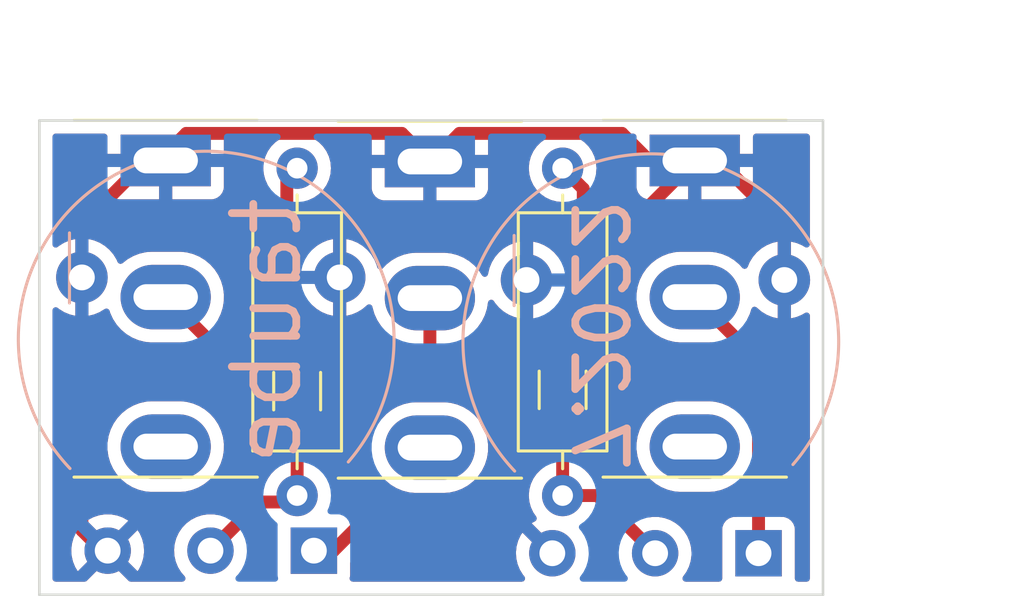
<source format=kicad_pcb>
(kicad_pcb (version 20211014) (generator pcbnew)
  (layers (0 "F.Cu" signal) (31 "B.Cu" signal) (34 "B.Paste" user) (35 "F.Paste" user) (36 "B.SilkS" user "B.Silkscreen") (37 "F.SilkS" user "F.Silkscreen") (38 "B.Mask" user) (39 "F.Mask" user) (44 "Edge.Cuts" user))
  (net 0 "")
  (net 1 "GND")
  (net 2 "Net-(J1-PadT)")
  (net 4 "Net-(J2-PadT)")
  (net 6 "Net-(J3-PadT)")
  (net 8 "Net-(R1-Pad1)")
  (net 9 "Net-(R2-Pad1)")
  (footprint "Resistor_THT:R_Axial_DIN0309_L9.0mm_D3.2mm_P12.70mm_Horizontal" (layer "F.Cu") (at 127.9 79.15 90)
    (fp_text reference "R1" hide)
    (fp_text value "10k")
    (fp_line (start 11.66 0) (end 10.97 0) (layer "F.SilkS") (width 0.12))
    (fp_line (start 1.73 -1.72) (end 1.73 1.72) (layer "F.SilkS") (width 0.12))
    (fp_line (start 1.04 0) (end 1.73 0) (layer "F.SilkS") (width 0.12))
    (fp_line (start 10.97 -1.72) (end 1.73 -1.72) (layer "F.SilkS") (width 0.12))
    (fp_line (start 10.97 1.72) (end 10.97 -1.72) (layer "F.SilkS") (width 0.12))
    (fp_line (start 1.73 1.72) (end 10.97 1.72) (layer "F.SilkS") (width 0.12))
    (pad "1" thru_hole circle (at 0 0 90) (size 1.6 1.6) (drill 0.8) (layers *.Cu *.Mask) (net 8 "Net-(R1-Pad1)"))
    (pad "2" thru_hole oval (at 12.7 0 90) (size 1.6 1.6) (drill 0.8) (layers *.Cu *.Mask) (net 6 "Net-(J3-PadT)"))
  )
  (footprint "urbsLib:Jack_3.5mm_PJ323_Horizontal" (layer "F.Cu") (at 133.025 71.45)
    (fp_text reference "J1" hide)
    (fp_text value "AudioJack2_SwitchT")
    (fp_line (start -3.556 6.985) (end 3.556 6.985) (layer "F.SilkS") (width 0.12))
    (fp_line (start -3.556 -6.858) (end 3.556 -6.858) (layer "F.SilkS") (width 0.12))
    (pad "S" thru_hole rect (at 0 -5.3 180) (size 3.5 2) (drill oval 2.5 1) (layers *.Cu *.Mask) (net 1 "GND"))
    (pad "T" thru_hole oval (at 0 0 180) (size 3.5 2.5) (drill oval 2.5 1) (layers *.Cu *.Mask) (net 2 "Net-(J1-PadT)"))
    (pad "TN" thru_hole oval (at 0 5.8 180) (size 3.5 2.5) (drill oval 2.5 1) (layers *.Cu *.Mask))
  )
  (footprint "Resistor_SMD:R_1206_3216Metric_Pad1.30x1.75mm_HandSolder" (layer "F.Cu") (at 117.6 75.1 90)
    (fp_text reference "R4" hide)
    (fp_text value "10k")
    (fp_line (start -0.727064 -0.91) (end 0.727064 -0.91) (layer "F.SilkS") (width 0.12))
    (fp_line (start -0.727064 0.91) (end 0.727064 0.91) (layer "F.SilkS") (width 0.12))
    (pad "1" smd roundrect (at -1.55 0 90) (size 1.3 1.75) (layers "F.Cu" "F.Paste" "F.Mask") (roundrect_rratio 0.192308) (net 9 "Net-(R2-Pad1)"))
    (pad "2" smd roundrect (at 1.55 0 90) (size 1.3 1.75) (layers "F.Cu" "F.Paste" "F.Mask") (roundrect_rratio 0.192308) (net 6 "Net-(J3-PadT)"))
  )
  (footprint "urbsLib:Jack_3.5mm_PJ323_Horizontal" (layer "F.Cu") (at 112.5 71.45)
    (fp_text reference "J2" hide)
    (fp_text value "AudioJack2_SwitchT")
    (fp_line (start -3.556 -6.858) (end 3.556 -6.858) (layer "F.SilkS") (width 0.12))
    (fp_line (start -3.556 6.985) (end 3.556 6.985) (layer "F.SilkS") (width 0.12))
    (pad "S" thru_hole rect (at 0 -5.3 180) (size 3.5 2) (drill oval 2.5 1) (layers *.Cu *.Mask) (net 1 "GND"))
    (pad "T" thru_hole oval (at 0 0 180) (size 3.5 2.5) (drill oval 2.5 1) (layers *.Cu *.Mask) (net 4 "Net-(J2-PadT)"))
    (pad "TN" thru_hole oval (at 0 5.8 180) (size 3.5 2.5) (drill oval 2.5 1) (layers *.Cu *.Mask))
  )
  (footprint "Resistor_SMD:R_1206_3216Metric_Pad1.30x1.75mm_HandSolder" (layer "F.Cu") (at 127.9 75.05 90)
    (fp_text reference "R3" hide)
    (fp_text value "10k")
    (fp_line (start -0.727064 -0.91) (end 0.727064 -0.91) (layer "F.SilkS") (width 0.12))
    (fp_line (start -0.727064 0.91) (end 0.727064 0.91) (layer "F.SilkS") (width 0.12))
    (pad "1" smd roundrect (at -1.55 0 90) (size 1.3 1.75) (layers "F.Cu" "F.Paste" "F.Mask") (roundrect_rratio 0.192308) (net 8 "Net-(R1-Pad1)"))
    (pad "2" smd roundrect (at 1.55 0 90) (size 1.3 1.75) (layers "F.Cu" "F.Paste" "F.Mask") (roundrect_rratio 0.192308) (net 6 "Net-(J3-PadT)"))
  )
  (footprint "urbsLib:Jack_3.5mm_PJ323_Horizontal" (layer "F.Cu") (at 122.75 71.49)
    (fp_text reference "J3" hide)
    (fp_text value "AudioJack2_SwitchT")
    (fp_line (start -3.556 -6.858) (end 3.556 -6.858) (layer "F.SilkS") (width 0.12))
    (fp_line (start -3.556 6.985) (end 3.556 6.985) (layer "F.SilkS") (width 0.12))
    (pad "S" thru_hole rect (at 0 -5.3 180) (size 3.5 2) (drill oval 2.5 1) (layers *.Cu *.Mask) (net 1 "GND"))
    (pad "T" thru_hole oval (at 0 0 180) (size 3.5 2.5) (drill oval 2.5 1) (layers *.Cu *.Mask) (net 6 "Net-(J3-PadT)"))
    (pad "TN" thru_hole oval (at 0 5.8 180) (size 3.5 2.5) (drill oval 2.5 1) (layers *.Cu *.Mask))
  )
  (footprint "Resistor_THT:R_Axial_DIN0309_L9.0mm_D3.2mm_P12.70mm_Horizontal" (layer "F.Cu") (at 117.6 79.15 90)
    (fp_text reference "R2" hide)
    (fp_text value "10k")
    (fp_line (start 11.66 0) (end 10.97 0) (layer "F.SilkS") (width 0.12))
    (fp_line (start 1.04 0) (end 1.73 0) (layer "F.SilkS") (width 0.12))
    (fp_line (start 10.97 -1.72) (end 1.73 -1.72) (layer "F.SilkS") (width 0.12))
    (fp_line (start 1.73 1.72) (end 10.97 1.72) (layer "F.SilkS") (width 0.12))
    (fp_line (start 1.73 -1.72) (end 1.73 1.72) (layer "F.SilkS") (width 0.12))
    (fp_line (start 10.97 1.72) (end 10.97 -1.72) (layer "F.SilkS") (width 0.12))
    (pad "1" thru_hole circle (at 0 0 90) (size 1.6 1.6) (drill 0.8) (layers *.Cu *.Mask) (net 9 "Net-(R2-Pad1)"))
    (pad "2" thru_hole oval (at 12.7 0 90) (size 1.6 1.6) (drill 0.8) (layers *.Cu *.Mask) (net 6 "Net-(J3-PadT)"))
  )
  (footprint "urbsLib:Potentiometer_FlatAli_Single_Vertical" (layer "B.Cu") (at 114.25 75.687487 180)
    (fp_text reference "RV2" hide)
    (fp_text value "47k")
    (fp_line (start 5.482 6.728) (end 5.482 4.008) (layer "B.SilkS") (width 0.12))
    (fp_arc (start 5.461 -2.413) (mid 0.350062 9.892926) (end -5.334 -2.159) (layer "B.SilkS") (width 0.12))
    (pad "" thru_hole oval (at -5 5 180) (size 2 2) (drill 1) (layers *.Cu *.Mask) (net 1 "GND"))
    (pad "" thru_hole oval (at 5 5 180) (size 2 2) (drill 1) (layers *.Cu *.Mask) (net 1 "GND"))
    (pad "1" thru_hole rect (at -4 -5.6 180) (size 1.8 1.8) (drill 1) (layers *.Cu *.Mask) (net 4 "Net-(J2-PadT)"))
    (pad "2" thru_hole circle (at 0.012 -5.6 180) (size 1.8 1.8) (drill 1) (layers *.Cu *.Mask) (net 9 "Net-(R2-Pad1)"))
    (pad "3" thru_hole circle (at 4 -5.6 180) (size 1.8 1.8) (drill 1) (layers *.Cu *.Mask) (net 1 "GND"))
  )
  (footprint "urbsLib:Potentiometer_FlatAli_Single_Vertical" (layer "B.Cu") (at 131.5 75.787487 180)
    (fp_text reference "RV1" hide)
    (fp_text value "47k")
    (fp_line (start 5.482 6.728) (end 5.482 4.008) (layer "B.SilkS") (width 0.12))
    (fp_arc (start 5.461 -2.413) (mid 0.350062 9.892926) (end -5.334 -2.159) (layer "B.SilkS") (width 0.12))
    (pad "" thru_hole oval (at 5 5 180) (size 2 2) (drill 1) (layers *.Cu *.Mask) (net 1 "GND"))
    (pad "" thru_hole oval (at -5 5 180) (size 2 2) (drill 1) (layers *.Cu *.Mask) (net 1 "GND"))
    (pad "1" thru_hole rect (at -4 -5.6 180) (size 1.8 1.8) (drill 1) (layers *.Cu *.Mask) (net 2 "Net-(J1-PadT)"))
    (pad "2" thru_hole circle (at 0.012 -5.6 180) (size 1.8 1.8) (drill 1) (layers *.Cu *.Mask) (net 8 "Net-(R1-Pad1)"))
    (pad "3" thru_hole circle (at 4 -5.6 180) (size 1.8 1.8) (drill 1) (layers *.Cu *.Mask) (net 1 "GND"))
  )
  (gr_line (start 138 83) (end 107.6 83) (layer "Edge.Cuts") (width 0.1))
  (gr_line (start 107.6 64.6) (end 138 64.6) (layer "Edge.Cuts") (width 0.1))
  (gr_line (start 138 64.6) (end 138 83) (layer "Edge.Cuts") (width 0.1))
  (gr_line (start 107.6 83) (end 107.6 64.6) (layer "Edge.Cuts") (width 0.1))
  (gr_text "7.2022" (at 129.3 72.925 270) (layer "B.SilkS") (effects (font (size 2 2) (thickness 0.3)) (justify mirror)))
  (gr_text "taube" (at 116.425 72.775 90) (layer "B.SilkS") (effects (font (size 2.5 2.5) (thickness 0.3)) (justify mirror)))
  (segment (start 133.95 66.15) (end 136.5 68.7) (width 0.5) (layer "F.Cu") (net 1))
  (segment (start 112.5 66.15) (end 112.5 65.9) (width 0.5) (layer "F.Cu") (net 1))
  (segment (start 136.5 68.7) (end 136.5 71) (width 0.5) (layer "F.Cu") (net 1))
  (segment (start 109.25 80.5) (end 110.25 81.5) (width 0.5) (layer "F.Cu") (net 1))
  (segment (start 112.5 66.15) (end 111.75 66.15) (width 0.5) (layer "F.Cu") (net 1))
  (segment (start 126.2 75.7) (end 126.8 75.1) (width 0.5) (layer "F.Cu") (net 1))
  (segment (start 121.66 65.1) (end 122.75 66.19) (width 0.5) (layer "F.Cu") (net 1))
  (segment (start 126.2 80.1) (end 126.2 75.7) (width 0.5) (layer "F.Cu") (net 1))
  (segment (start 130.1 69.075) (end 133.025 66.15) (width 0.5) (layer "F.Cu") (net 1))
  (segment (start 113.3 65.1) (end 121.66 65.1) (width 0.5) (layer "F.Cu") (net 1))
  (segment (start 109.25 68.65) (end 109.25 70.9) (width 0.5) (layer "F.Cu") (net 1))
  (segment (start 122.89 66.19) (end 122.9 66.2) (width 0.25) (layer "F.Cu") (net 1))
  (segment (start 132.95 66.2) (end 133 66.15) (width 0.25) (layer "F.Cu") (net 1))
  (segment (start 111.75 66.15) (end 109.25 68.65) (width 0.5) (layer "F.Cu") (net 1))
  (segment (start 123.9 65.1) (end 130.2 65.1) (width 0.5) (layer "F.Cu") (net 1))
  (segment (start 122.75 66.19) (end 122.81 66.19) (width 0.5) (layer "F.Cu") (net 1))
  (segment (start 126.212513 80.1) (end 126.2 80.1) (width 0.5) (layer "F.Cu") (net 1))
  (segment (start 130.2 65.1) (end 131.25 66.15) (width 0.5) (layer "F.Cu") (net 1))
  (segment (start 126.8 75.1) (end 129.7 75.1) (width 0.5) (layer "F.Cu") (net 1))
  (segment (start 131.25 66.15) (end 133.025 66.15) (width 0.5) (layer "F.Cu") (net 1))
  (segment (start 127.5 81.387487) (end 126.212513 80.1) (width 0.5) (layer "F.Cu") (net 1))
  (segment (start 109.25 70.9) (end 109.25 80.5) (width 0.5) (layer "F.Cu") (net 1))
  (segment (start 133.025 66.15) (end 133.95 66.15) (width 0.5) (layer "F.Cu") (net 1))
  (segment (start 122.81 66.19) (end 123.9 65.1) (width 0.5) (layer "F.Cu") (net 1))
  (segment (start 129.7 75.1) (end 130.1 74.7) (width 0.5) (layer "F.Cu") (net 1))
  (segment (start 130.1 74.7) (end 130.1 69.075) (width 0.5) (layer "F.Cu") (net 1))
  (segment (start 112.5 65.9) (end 113.3 65.1) (width 0.5) (layer "F.Cu") (net 1))
  (segment (start 135.5 73.925) (end 133.025 71.45) (width 0.5) (layer "F.Cu") (net 2))
  (segment (start 135.5 81.6) (end 135.5 73.925) (width 0.5) (layer "F.Cu") (net 2))
  (segment (start 116.25 75.2) (end 112.5 71.45) (width 0.5) (layer "F.Cu") (net 4))
  (segment (start 119.9 75.9) (end 119.2 75.2) (width 0.5) (layer "F.Cu") (net 4))
  (segment (start 119.9 80.4) (end 119.9 75.9) (width 0.5) (layer "F.Cu") (net 4))
  (segment (start 118.25 81.287487) (end 119.012513 81.287487) (width 0.5) (layer "F.Cu") (net 4))
  (segment (start 119.012513 81.287487) (end 119.9 80.4) (width 0.5) (layer "F.Cu") (net 4))
  (segment (start 119.2 75.2) (end 116.25 75.2) (width 0.5) (layer "F.Cu") (net 4))
  (segment (start 128.699999 72.700001) (end 127.9 73.5) (width 0.5) (layer "F.Cu") (net 6))
  (segment (start 127.9 66.45) (end 128.699999 67.249999) (width 0.5) (layer "F.Cu") (net 6))
  (segment (start 122.65 73.55) (end 127.85 73.55) (width 0.5) (layer "F.Cu") (net 6))
  (segment (start 122.75 71.49) (end 122.75 73.45) (width 0.5) (layer "F.Cu") (net 6))
  (segment (start 117.2 66.85) (end 117.2 73.15) (width 0.5) (layer "F.Cu") (net 6))
  (segment (start 117.6 66.45) (end 117.2 66.85) (width 0.5) (layer "F.Cu") (net 6))
  (segment (start 117.6 73.55) (end 122.65 73.55) (width 0.5) (layer "F.Cu") (net 6))
  (segment (start 122.75 73.45) (end 122.65 73.55) (width 0.5) (layer "F.Cu") (net 6))
  (segment (start 128.699999 67.249999) (end 128.699999 72.700001) (width 0.5) (layer "F.Cu") (net 6))
  (segment (start 122.75 71.49) (end 122.75 71.55) (width 0.5) (layer "F.Cu") (net 6))
  (segment (start 117.2 73.15) (end 117.6 73.55) (width 0.5) (layer "F.Cu") (net 6))
  (segment (start 127.85 73.55) (end 127.9 73.5) (width 0.5) (layer "F.Cu") (net 6))
  (segment (start 127.9 76.6) (end 127.9 79.15) (width 0.5) (layer "F.Cu") (net 8))
  (segment (start 129.250513 79.15) (end 131.488 81.387487) (width 0.5) (layer "F.Cu") (net 8))
  (segment (start 127.9 79.15) (end 129.250513 79.15) (width 0.5) (layer "F.Cu") (net 8))
  (segment (start 114.238 81.287487) (end 116.125487 79.4) (width 0.5) (layer "F.Cu") (net 9))
  (segment (start 117.35 79.4) (end 117.6 79.15) (width 0.5) (layer "F.Cu") (net 9))
  (segment (start 116.125487 79.4) (end 117.35 79.4) (width 0.5) (layer "F.Cu") (net 9))
  (segment (start 117.6 76.65) (end 117.6 79.15) (width 0.5) (layer "F.Cu") (net 9))
  (zone (net 1) (net_name "GND") (layers F&B.Cu) (connect_pads (clearance 0.508)) (min_thickness 0.254) (fill yes (thermal_gap 0.508) (thermal_bridge_width 0.508))
    (polygon (pts (xy 138 83) (xy 107.6 83) (xy 107.6 64.8) (xy 138 64.8)))
  )
)
</source>
